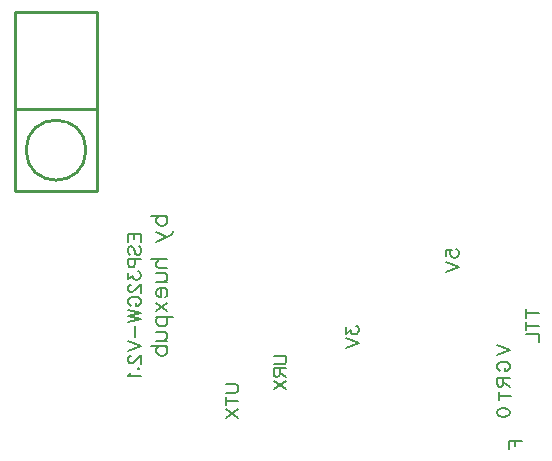
<source format=gbo>
G04 Layer: BottomSilkLayer*
G04 EasyEDA v6.1.48, Tue, 21 May 2019 15:32:19 GMT*
G04 55fe052d9e4a4200a3b67694a85f930b,46bf6a40d4384fdb86bc8fc37bf60e4c,10*
G04 Gerber Generator version 0.2*
G04 Scale: 100 percent, Rotated: No, Reflected: No *
G04 Dimensions in millimeters *
G04 leading zeros omitted , absolute positions ,3 integer and 3 decimal *
%FSLAX33Y33*%
%MOMM*%
G90*
G71D02*

%ADD10C,0.254000*%
%ADD31C,0.152400*%
%ADD32C,0.203200*%

%LPD*%
G54D10*
G01X8601Y35892D02*
G01X8601Y42892D01*
G01X8601Y35892D02*
G01X1601Y35892D01*
G01X1601Y35892D02*
G01X1601Y42892D01*
G01X8601Y42892D02*
G01X1601Y42892D01*
G01X8601Y39392D02*
G01X8601Y51092D01*
G01X1601Y35892D02*
G01X1601Y51092D01*
G01X8601Y51092D02*
G01X1601Y51092D01*
G54D31*
G01X42451Y22882D02*
G01X43542Y22466D01*
G01X42451Y22050D02*
G01X43542Y22466D01*
G01X42711Y20705D02*
G01X42607Y20757D01*
G01X42503Y20861D01*
G01X42451Y20965D01*
G01X42451Y21173D01*
G01X42503Y21277D01*
G01X42607Y21381D01*
G01X42711Y21433D01*
G01X42867Y21485D01*
G01X43126Y21485D01*
G01X43282Y21433D01*
G01X43386Y21381D01*
G01X43490Y21277D01*
G01X43542Y21173D01*
G01X43542Y20965D01*
G01X43490Y20861D01*
G01X43386Y20757D01*
G01X43282Y20705D01*
G01X43126Y20705D01*
G01X43126Y20965D02*
G01X43126Y20705D01*
G01X42440Y20088D02*
G01X43531Y20088D01*
G01X42440Y20088D02*
G01X42440Y19620D01*
G01X42492Y19464D01*
G01X42543Y19412D01*
G01X42647Y19360D01*
G01X42751Y19360D01*
G01X42855Y19412D01*
G01X42907Y19464D01*
G01X42959Y19620D01*
G01X42959Y20088D01*
G01X42959Y19724D02*
G01X43531Y19360D01*
G01X42567Y18581D02*
G01X43658Y18581D01*
G01X42567Y18945D02*
G01X42567Y18217D01*
G01X42440Y17236D02*
G01X42492Y17392D01*
G01X42647Y17496D01*
G01X42907Y17548D01*
G01X43063Y17548D01*
G01X43323Y17496D01*
G01X43479Y17392D01*
G01X43531Y17236D01*
G01X43531Y17132D01*
G01X43479Y16976D01*
G01X43323Y16872D01*
G01X43063Y16820D01*
G01X42907Y16820D01*
G01X42647Y16872D01*
G01X42492Y16976D01*
G01X42440Y17132D01*
G01X42440Y17236D01*
G01X11198Y32280D02*
G01X12289Y32280D01*
G01X11198Y32280D02*
G01X11198Y31604D01*
G01X11717Y32280D02*
G01X11717Y31864D01*
G01X12289Y32280D02*
G01X12289Y31604D01*
G01X11353Y30534D02*
G01X11249Y30638D01*
G01X11198Y30794D01*
G01X11198Y31001D01*
G01X11249Y31157D01*
G01X11353Y31261D01*
G01X11457Y31261D01*
G01X11561Y31209D01*
G01X11613Y31157D01*
G01X11665Y31053D01*
G01X11769Y30742D01*
G01X11821Y30638D01*
G01X11873Y30586D01*
G01X11977Y30534D01*
G01X12133Y30534D01*
G01X12237Y30638D01*
G01X12289Y30794D01*
G01X12289Y31001D01*
G01X12237Y31157D01*
G01X12133Y31261D01*
G01X11198Y30191D02*
G01X12289Y30191D01*
G01X11198Y30191D02*
G01X11198Y29723D01*
G01X11249Y29567D01*
G01X11301Y29516D01*
G01X11405Y29464D01*
G01X11561Y29464D01*
G01X11665Y29516D01*
G01X11717Y29567D01*
G01X11769Y29723D01*
G01X11769Y30191D01*
G01X11198Y29017D02*
G01X11198Y28445D01*
G01X11613Y28757D01*
G01X11613Y28601D01*
G01X11665Y28497D01*
G01X11717Y28445D01*
G01X11873Y28393D01*
G01X11977Y28393D01*
G01X12133Y28445D01*
G01X12237Y28549D01*
G01X12289Y28705D01*
G01X12289Y28861D01*
G01X12237Y29017D01*
G01X12185Y29069D01*
G01X12081Y29121D01*
G01X11457Y27998D02*
G01X11405Y27998D01*
G01X11301Y27947D01*
G01X11249Y27895D01*
G01X11198Y27791D01*
G01X11198Y27583D01*
G01X11249Y27479D01*
G01X11301Y27427D01*
G01X11405Y27375D01*
G01X11509Y27375D01*
G01X11613Y27427D01*
G01X11769Y27531D01*
G01X12289Y28050D01*
G01X12289Y27323D01*
G01X11457Y26201D02*
G01X11353Y26253D01*
G01X11249Y26357D01*
G01X11198Y26461D01*
G01X11198Y26668D01*
G01X11249Y26772D01*
G01X11353Y26876D01*
G01X11457Y26928D01*
G01X11613Y26980D01*
G01X11873Y26980D01*
G01X12029Y26928D01*
G01X12133Y26876D01*
G01X12237Y26772D01*
G01X12289Y26668D01*
G01X12289Y26461D01*
G01X12237Y26357D01*
G01X12133Y26253D01*
G01X12029Y26201D01*
G01X11873Y26201D01*
G01X11873Y26461D02*
G01X11873Y26201D01*
G01X11198Y25858D02*
G01X12289Y25598D01*
G01X11198Y25338D02*
G01X12289Y25598D01*
G01X11198Y25338D02*
G01X12289Y25079D01*
G01X11198Y24819D02*
G01X12289Y25079D01*
G01X11821Y24476D02*
G01X11821Y23541D01*
G01X11198Y23198D02*
G01X12289Y22782D01*
G01X11198Y22367D02*
G01X12289Y22782D01*
G01X11457Y21972D02*
G01X11405Y21972D01*
G01X11301Y21920D01*
G01X11249Y21868D01*
G01X11198Y21764D01*
G01X11198Y21556D01*
G01X11249Y21452D01*
G01X11301Y21400D01*
G01X11405Y21348D01*
G01X11509Y21348D01*
G01X11613Y21400D01*
G01X11769Y21504D01*
G01X12289Y22024D01*
G01X12289Y21296D01*
G01X12029Y20901D02*
G01X12081Y20953D01*
G01X12133Y20901D01*
G01X12081Y20850D01*
G01X12029Y20901D01*
G01X11405Y20507D02*
G01X11353Y20403D01*
G01X11198Y20247D01*
G01X12289Y20247D01*
G54D32*
G01X13102Y33804D02*
G01X14534Y33804D01*
G01X13784Y33804D02*
G01X13648Y33667D01*
G01X13580Y33531D01*
G01X13580Y33326D01*
G01X13648Y33190D01*
G01X13784Y33054D01*
G01X13989Y32985D01*
G01X14125Y32985D01*
G01X14330Y33054D01*
G01X14466Y33190D01*
G01X14534Y33326D01*
G01X14534Y33531D01*
G01X14466Y33667D01*
G01X14330Y33804D01*
G01X13580Y32467D02*
G01X14534Y32058D01*
G01X13580Y31649D02*
G01X14534Y32058D01*
G01X14807Y32194D01*
G01X14943Y32331D01*
G01X15012Y32467D01*
G01X15012Y32535D01*
G01X13102Y30149D02*
G01X14534Y30149D01*
G01X13852Y30149D02*
G01X13648Y29944D01*
G01X13580Y29808D01*
G01X13580Y29604D01*
G01X13648Y29467D01*
G01X13852Y29399D01*
G01X14534Y29399D01*
G01X13580Y28949D02*
G01X14262Y28949D01*
G01X14466Y28881D01*
G01X14534Y28744D01*
G01X14534Y28540D01*
G01X14466Y28404D01*
G01X14262Y28199D01*
G01X13580Y28199D02*
G01X14534Y28199D01*
G01X13989Y27749D02*
G01X13989Y26931D01*
G01X13852Y26931D01*
G01X13716Y26999D01*
G01X13648Y27067D01*
G01X13580Y27204D01*
G01X13580Y27408D01*
G01X13648Y27544D01*
G01X13784Y27681D01*
G01X13989Y27749D01*
G01X14125Y27749D01*
G01X14330Y27681D01*
G01X14466Y27544D01*
G01X14534Y27408D01*
G01X14534Y27204D01*
G01X14466Y27067D01*
G01X14330Y26931D01*
G01X13580Y26481D02*
G01X14534Y25731D01*
G01X13580Y25731D02*
G01X14534Y26481D01*
G01X13580Y25281D02*
G01X15012Y25281D01*
G01X13784Y25281D02*
G01X13648Y25144D01*
G01X13580Y25008D01*
G01X13580Y24804D01*
G01X13648Y24667D01*
G01X13784Y24531D01*
G01X13989Y24463D01*
G01X14125Y24463D01*
G01X14330Y24531D01*
G01X14466Y24667D01*
G01X14534Y24804D01*
G01X14534Y25008D01*
G01X14466Y25144D01*
G01X14330Y25281D01*
G01X13580Y24013D02*
G01X14262Y24013D01*
G01X14466Y23944D01*
G01X14534Y23808D01*
G01X14534Y23604D01*
G01X14466Y23467D01*
G01X14262Y23263D01*
G01X13580Y23263D02*
G01X14534Y23263D01*
G01X13102Y22813D02*
G01X14534Y22813D01*
G01X13784Y22813D02*
G01X13648Y22676D01*
G01X13580Y22540D01*
G01X13580Y22335D01*
G01X13648Y22199D01*
G01X13784Y22063D01*
G01X13989Y21994D01*
G01X14125Y21994D01*
G01X14330Y22063D01*
G01X14466Y22199D01*
G01X14534Y22335D01*
G01X14534Y22540D01*
G01X14466Y22676D01*
G01X14330Y22813D01*
G54D31*
G01X38122Y30386D02*
G01X38122Y30906D01*
G01X38589Y30958D01*
G01X38537Y30906D01*
G01X38485Y30750D01*
G01X38485Y30594D01*
G01X38537Y30438D01*
G01X38641Y30334D01*
G01X38797Y30282D01*
G01X38901Y30282D01*
G01X39057Y30334D01*
G01X39161Y30438D01*
G01X39213Y30594D01*
G01X39213Y30750D01*
G01X39161Y30906D01*
G01X39109Y30958D01*
G01X39005Y31010D01*
G01X38122Y29939D02*
G01X39213Y29524D01*
G01X38122Y29108D02*
G01X39213Y29524D01*
G01X29624Y24429D02*
G01X29624Y23857D01*
G01X30040Y24169D01*
G01X30040Y24013D01*
G01X30092Y23909D01*
G01X30144Y23857D01*
G01X30299Y23805D01*
G01X30403Y23805D01*
G01X30559Y23857D01*
G01X30663Y23961D01*
G01X30715Y24117D01*
G01X30715Y24273D01*
G01X30663Y24429D01*
G01X30611Y24481D01*
G01X30507Y24533D01*
G01X29624Y23462D02*
G01X30715Y23047D01*
G01X29624Y22631D02*
G01X30715Y23047D01*
G01X23517Y21993D02*
G01X24296Y21993D01*
G01X24452Y21941D01*
G01X24556Y21837D01*
G01X24608Y21681D01*
G01X24608Y21577D01*
G01X24556Y21421D01*
G01X24452Y21317D01*
G01X24296Y21265D01*
G01X23517Y21265D01*
G01X23517Y20922D02*
G01X24608Y20922D01*
G01X23517Y20922D02*
G01X23517Y20455D01*
G01X23568Y20299D01*
G01X23620Y20247D01*
G01X23724Y20195D01*
G01X23828Y20195D01*
G01X23932Y20247D01*
G01X23984Y20299D01*
G01X24036Y20455D01*
G01X24036Y20922D01*
G01X24036Y20559D02*
G01X24608Y20195D01*
G01X23517Y19852D02*
G01X24608Y19125D01*
G01X23517Y19125D02*
G01X24608Y19852D01*
G01X19453Y19580D02*
G01X20232Y19580D01*
G01X20388Y19528D01*
G01X20492Y19424D01*
G01X20544Y19268D01*
G01X20544Y19164D01*
G01X20492Y19008D01*
G01X20388Y18904D01*
G01X20232Y18852D01*
G01X19453Y18852D01*
G01X19453Y18146D02*
G01X20544Y18146D01*
G01X19453Y18509D02*
G01X19453Y17782D01*
G01X19453Y17439D02*
G01X20544Y16712D01*
G01X19453Y16712D02*
G01X20544Y17439D01*
G01X43467Y14754D02*
G01X44558Y14754D01*
G01X43467Y14754D02*
G01X43467Y14078D01*
G01X43987Y14754D02*
G01X43987Y14338D01*
G01X44864Y25566D02*
G01X45956Y25566D01*
G01X44864Y25930D02*
G01X44864Y25203D01*
G01X44864Y24494D02*
G01X45956Y24494D01*
G01X44864Y24860D02*
G01X44864Y24131D01*
G01X44864Y23788D02*
G01X45956Y23788D01*
G01X45956Y23788D02*
G01X45956Y23166D01*
G54D10*
G75*
G01X7642Y39392D02*
G03X7642Y39392I-2540J0D01*
G01*
M00*
M02*

</source>
